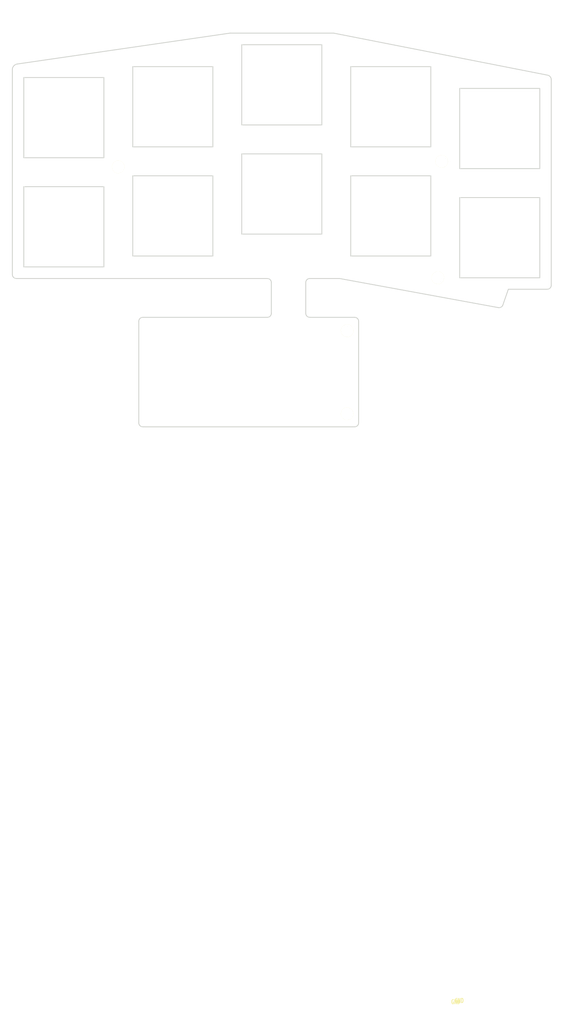
<source format=kicad_pcb>
(kicad_pcb (version 20171130) (host pcbnew "(5.1.4-0-10_14)")

  (general
    (thickness 1.6)
    (drawings 71)
    (tracks 0)
    (zones 0)
    (modules 9)
    (nets 2)
  )

  (page A4)
  (title_block
    (title "Pinky2 top plate")
    (date 2019-10-06)
    (rev 1.0)
    (company @tamanishi)
  )

  (layers
    (0 F.Cu signal)
    (31 B.Cu signal)
    (32 B.Adhes user)
    (33 F.Adhes user)
    (34 B.Paste user)
    (35 F.Paste user)
    (36 B.SilkS user)
    (37 F.SilkS user)
    (38 B.Mask user)
    (39 F.Mask user)
    (40 Dwgs.User user)
    (41 Cmts.User user)
    (42 Eco1.User user)
    (43 Eco2.User user hide)
    (44 Edge.Cuts user)
    (45 Margin user)
    (46 B.CrtYd user)
    (47 F.CrtYd user)
    (48 B.Fab user)
    (49 F.Fab user)
  )

  (setup
    (last_trace_width 0.25)
    (user_trace_width 0.5)
    (trace_clearance 0.2)
    (zone_clearance 0.508)
    (zone_45_only no)
    (trace_min 0.2)
    (via_size 0.6)
    (via_drill 0.4)
    (via_min_size 0.4)
    (via_min_drill 0.3)
    (uvia_size 0.4)
    (uvia_drill 0.3)
    (uvias_allowed no)
    (uvia_min_size 0.4)
    (uvia_min_drill 0.3)
    (edge_width 0.15)
    (segment_width 0.15)
    (pcb_text_width 0.3)
    (pcb_text_size 1.5 1.5)
    (mod_edge_width 0.15)
    (mod_text_size 1 1)
    (mod_text_width 0.15)
    (pad_size 2.3 2)
    (pad_drill 0)
    (pad_to_mask_clearance 0.2)
    (solder_mask_min_width 0.25)
    (aux_axis_origin 60.05 73.35)
    (visible_elements FFFFFFFF)
    (pcbplotparams
      (layerselection 0x010f0_ffffffff)
      (usegerberextensions false)
      (usegerberattributes false)
      (usegerberadvancedattributes false)
      (creategerberjobfile false)
      (excludeedgelayer true)
      (linewidth 0.100000)
      (plotframeref false)
      (viasonmask false)
      (mode 1)
      (useauxorigin false)
      (hpglpennumber 1)
      (hpglpenspeed 20)
      (hpglpendiameter 15.000000)
      (psnegative false)
      (psa4output false)
      (plotreference true)
      (plotvalue true)
      (plotinvisibletext false)
      (padsonsilk false)
      (subtractmaskfromsilk false)
      (outputformat 1)
      (mirror false)
      (drillshape 0)
      (scaleselection 1)
      (outputdirectory "Gerber/"))
  )

  (net 0 "")
  (net 1 GND)

  (net_class Default "This is the default net class."
    (clearance 0.2)
    (trace_width 0.25)
    (via_dia 0.6)
    (via_drill 0.4)
    (uvia_dia 0.4)
    (uvia_drill 0.3)
  )

  (module lib:breakaway-mousebites (layer F.Cu) (tedit 5BEE6749) (tstamp 5D9D53C2)
    (at 108.33 122.97 180)
    (fp_text reference REF** (at 0 -1.524) (layer Dwgs.User)
      (effects (font (size 1 1) (thickness 0.15)))
    )
    (fp_text value breakaway-mousebites (at 0 0.762) (layer Dwgs.User)
      (effects (font (size 1 1) (thickness 0.15)))
    )
    (fp_line (start -2.794 0) (end 2.794 0) (layer Dwgs.User) (width 0.15))
    (fp_line (start 0.254 0) (end -0.254 0) (layer B.CrtYd) (width 0.15))
    (fp_line (start -1.016 0) (end -1.524 0) (layer B.CrtYd) (width 0.15))
    (fp_line (start -2.286 0) (end -2.794 0) (layer B.CrtYd) (width 0.15))
    (fp_line (start 1.016 0) (end 1.524 0) (layer B.CrtYd) (width 0.15))
    (fp_line (start 2.286 0) (end 2.794 0) (layer B.CrtYd) (width 0.15))
    (pad "" np_thru_hole circle (at 0 -0.254 180) (size 0.7874 0.7874) (drill 0.7874) (layers *.Cu *.Mask))
    (pad "" np_thru_hole circle (at 1.27 -0.254 180) (size 0.7874 0.7874) (drill 0.7874) (layers *.Cu *.Mask))
    (pad "" np_thru_hole circle (at 2.54 -0.254 180) (size 0.7874 0.7874) (drill 0.7874) (layers *.Cu *.Mask))
    (pad "" np_thru_hole circle (at -1.27 -0.254 180) (size 0.7874 0.7874) (drill 0.7874) (layers *.Cu *.Mask))
    (pad "" np_thru_hole circle (at -2.54 -0.254 180) (size 0.7874 0.7874) (drill 0.7874) (layers *.Cu *.Mask))
  )

  (module lib:breakaway-mousebites (layer F.Cu) (tedit 5BEE6749) (tstamp 5D9D539D)
    (at 108.33 116.17)
    (fp_text reference REF** (at 0 -1.524) (layer Dwgs.User)
      (effects (font (size 1 1) (thickness 0.15)))
    )
    (fp_text value breakaway-mousebites (at 0 0.762) (layer Dwgs.User)
      (effects (font (size 1 1) (thickness 0.15)))
    )
    (fp_line (start 2.286 0) (end 2.794 0) (layer B.CrtYd) (width 0.15))
    (fp_line (start 1.016 0) (end 1.524 0) (layer B.CrtYd) (width 0.15))
    (fp_line (start -2.286 0) (end -2.794 0) (layer B.CrtYd) (width 0.15))
    (fp_line (start -1.016 0) (end -1.524 0) (layer B.CrtYd) (width 0.15))
    (fp_line (start 0.254 0) (end -0.254 0) (layer B.CrtYd) (width 0.15))
    (fp_line (start -2.794 0) (end 2.794 0) (layer Dwgs.User) (width 0.15))
    (pad "" np_thru_hole circle (at -2.54 -0.254) (size 0.7874 0.7874) (drill 0.7874) (layers *.Cu *.Mask))
    (pad "" np_thru_hole circle (at -1.27 -0.254) (size 0.7874 0.7874) (drill 0.7874) (layers *.Cu *.Mask))
    (pad "" np_thru_hole circle (at 2.54 -0.254) (size 0.7874 0.7874) (drill 0.7874) (layers *.Cu *.Mask))
    (pad "" np_thru_hole circle (at 1.27 -0.254) (size 0.7874 0.7874) (drill 0.7874) (layers *.Cu *.Mask))
    (pad "" np_thru_hole circle (at 0 -0.254) (size 0.7874 0.7874) (drill 0.7874) (layers *.Cu *.Mask))
  )

  (module kbd:HOLE_M2 (layer F.Cu) (tedit 5C1EE041) (tstamp 5D987D69)
    (at 134.425 116.05)
    (fp_text reference Ref** (at 0 -3.2) (layer F.Fab)
      (effects (font (size 1 1) (thickness 0.15)))
    )
    (fp_text value Val** (at 0 3.2) (layer F.Fab)
      (effects (font (size 1 1) (thickness 0.15)))
    )
    (fp_text user %R (at 0.3 0) (layer F.Fab)
      (effects (font (size 1 1) (thickness 0.15)))
    )
    (pad "" np_thru_hole circle (at 0 0) (size 2.2 2.2) (drill 2.2) (layers *.Cu *.Mask F.SilkS)
      (clearance 0.85))
  )

  (module kbd:HOLE_M2 (layer F.Cu) (tedit 5C1EE041) (tstamp 5BDF1C99)
    (at 135.1 95.725)
    (fp_text reference Ref** (at 0 -3.2) (layer F.Fab)
      (effects (font (size 1 1) (thickness 0.15)))
    )
    (fp_text value Val** (at 0 3.2) (layer F.Fab)
      (effects (font (size 1 1) (thickness 0.15)))
    )
    (fp_text user %R (at 0.3 0) (layer F.Fab)
      (effects (font (size 1 1) (thickness 0.15)))
    )
    (pad "" np_thru_hole circle (at 0 0) (size 2.2 2.2) (drill 2.2) (layers *.Cu *.Mask F.SilkS)
      (clearance 0.85))
  )

  (module kbd:HOLE_M2 (layer F.Cu) (tedit 5C1EE041) (tstamp 5BDF1C89)
    (at 78.55 96.7)
    (fp_text reference Ref** (at 0 -3.2) (layer F.Fab)
      (effects (font (size 1 1) (thickness 0.15)))
    )
    (fp_text value Val** (at 0 3.2) (layer F.Fab)
      (effects (font (size 1 1) (thickness 0.15)))
    )
    (fp_text user %R (at 0.3 0) (layer F.Fab)
      (effects (font (size 1 1) (thickness 0.15)))
    )
    (pad "" np_thru_hole circle (at 0 0) (size 2.2 2.2) (drill 2.2) (layers *.Cu *.Mask F.SilkS)
      (clearance 0.85))
  )

  (module "" (layer F.Cu) (tedit 0) (tstamp 0)
    (at 66.4 122.5)
    (fp_text reference "" (at 68.2 123.525) (layer F.SilkS)
      (effects (font (size 1.27 1.27) (thickness 0.15)))
    )
    (fp_text value "" (at 68.2 123.525) (layer F.SilkS)
      (effects (font (size 1.27 1.27) (thickness 0.15)))
    )
    (fp_text user GND (at 71.1305 119.9255) (layer F.SilkS)
      (effects (font (size 0.75 0.5) (thickness 0.125)))
    )
  )

  (module "" (layer F.Cu) (tedit 0) (tstamp 0)
    (at 67.05 122.275)
    (fp_text reference "" (at 68.2 123.525) (layer F.SilkS)
      (effects (font (size 1.27 1.27) (thickness 0.15)))
    )
    (fp_text value "" (at 68.2 123.525) (layer F.SilkS)
      (effects (font (size 1.27 1.27) (thickness 0.15)))
    )
    (fp_text user GND (at 71.1305 119.9255) (layer F.SilkS)
      (effects (font (size 0.75 0.5) (thickness 0.125)))
    )
  )

  (module kbd:HOLE_M2 (layer F.Cu) (tedit 5C1EE041) (tstamp 5D920C73)
    (at 118.58 125.28)
    (fp_text reference HOLE_M2 (at 0 -2) (layer F.SilkS) hide
      (effects (font (size 0.29972 0.29972) (thickness 0.07493)))
    )
    (fp_text value VAL** (at 0 1.75) (layer F.SilkS) hide
      (effects (font (size 0.29972 0.29972) (thickness 0.0762)))
    )
    (pad "" np_thru_hole circle (at 0 0) (size 2.2 2.2) (drill 2.2) (layers *.Cu *.Mask F.SilkS)
      (clearance 0.85))
  )

  (module kbd:HOLE_M2 (layer F.Cu) (tedit 5C1EE041) (tstamp 5D920C67)
    (at 118.58 139.78)
    (fp_text reference HOLE_M2 (at 0 -2) (layer F.SilkS) hide
      (effects (font (size 0.29972 0.29972) (thickness 0.07493)))
    )
    (fp_text value VAL** (at 0 1.75) (layer F.SilkS) hide
      (effects (font (size 0.29972 0.29972) (thickness 0.0762)))
    )
    (pad "" np_thru_hole circle (at 0 0) (size 2.2 2.2) (drill 2.2) (layers *.Cu *.Mask F.SilkS)
      (clearance 0.85))
  )

  (gr_arc (start 82.849929 123.649995) (end 82.849929 122.949995) (angle -90.81845546) (layer Edge.Cuts) (width 0.15) (tstamp 5D9D5547))
  (gr_line (start 105.32 116.875) (end 105.32 122.25) (layer Edge.Cuts) (width 0.15))
  (gr_arc (start 104.62 122.25) (end 104.62 122.95) (angle -90) (layer Edge.Cuts) (width 0.15) (tstamp 5D9D547C))
  (gr_line (start 119.88 122.95) (end 112.04 122.95) (layer Edge.Cuts) (width 0.15) (tstamp 5D9D547A))
  (gr_line (start 111.34 116.875) (end 111.34 122.25) (layer Edge.Cuts) (width 0.15))
  (gr_arc (start 112.04 122.25) (end 111.34 122.25) (angle -90) (layer Edge.Cuts) (width 0.15) (tstamp 5D9D546C))
  (gr_arc (start 112.04 116.875) (end 112.04 116.175) (angle -90) (layer Edge.Cuts) (width 0.15) (tstamp 5D9D5178))
  (gr_line (start 117.25 116.175) (end 112.04 116.175) (layer Edge.Cuts) (width 0.15))
  (gr_arc (start 104.62 116.875) (end 105.32 116.875) (angle -90) (layer Edge.Cuts) (width 0.15) (tstamp 5D9D5178))
  (gr_arc (start 119.88 141.36) (end 119.88 142.06) (angle -90) (layer Edge.Cuts) (width 0.15) (tstamp 5D9D5178))
  (gr_line (start 120.58 123.65) (end 120.58 141.36) (layer Edge.Cuts) (width 0.15))
  (gr_arc (start 119.88 123.65) (end 120.58 123.65) (angle -90) (layer Edge.Cuts) (width 0.15) (tstamp 5D9D5178))
  (gr_line (start 82.859999 142.059929) (end 119.88 142.06) (layer Edge.Cuts) (width 0.15))
  (gr_arc (start 82.85 141.36) (end 82.15 141.36) (angle -90.81845546) (layer Edge.Cuts) (width 0.15) (tstamp 5D9D5178))
  (gr_line (start 82.15 123.659994) (end 82.15 141.36) (layer Edge.Cuts) (width 0.15))
  (gr_line (start 82.849929 122.949995) (end 104.62 122.95) (layer Edge.Cuts) (width 0.15))
  (gr_line (start 138.25 97) (end 152.25 97) (layer Edge.Cuts) (width 0.15) (tstamp 5D9D501A))
  (gr_line (start 138.25 83) (end 138.25 97) (layer Edge.Cuts) (width 0.15) (tstamp 5D9D5019))
  (gr_line (start 152.25 97) (end 152.25 83) (layer Edge.Cuts) (width 0.15) (tstamp 5D9D5018))
  (gr_line (start 152.25 83) (end 138.25 83) (layer Edge.Cuts) (width 0.15) (tstamp 5D9D5017))
  (gr_line (start 138.25 116.05) (end 152.25 116.05) (layer Edge.Cuts) (width 0.15) (tstamp 5D9D501A))
  (gr_line (start 138.25 102.05) (end 138.25 116.05) (layer Edge.Cuts) (width 0.15) (tstamp 5D9D5019))
  (gr_line (start 152.25 116.05) (end 152.25 102.05) (layer Edge.Cuts) (width 0.15) (tstamp 5D9D5018))
  (gr_line (start 152.25 102.05) (end 138.25 102.05) (layer Edge.Cuts) (width 0.15) (tstamp 5D9D5017))
  (gr_line (start 119.2 112.25) (end 133.2 112.25) (layer Edge.Cuts) (width 0.15) (tstamp 5D9D501A))
  (gr_line (start 119.2 98.25) (end 119.2 112.25) (layer Edge.Cuts) (width 0.15) (tstamp 5D9D5019))
  (gr_line (start 133.2 112.25) (end 133.2 98.25) (layer Edge.Cuts) (width 0.15) (tstamp 5D9D5018))
  (gr_line (start 133.2 98.25) (end 119.2 98.25) (layer Edge.Cuts) (width 0.15) (tstamp 5D9D5017))
  (gr_line (start 119.2 93.2) (end 133.2 93.2) (layer Edge.Cuts) (width 0.15) (tstamp 5D9D501A))
  (gr_line (start 119.2 79.2) (end 119.2 93.2) (layer Edge.Cuts) (width 0.15) (tstamp 5D9D5019))
  (gr_line (start 133.2 93.2) (end 133.2 79.2) (layer Edge.Cuts) (width 0.15) (tstamp 5D9D5018))
  (gr_line (start 133.2 79.2) (end 119.2 79.2) (layer Edge.Cuts) (width 0.15) (tstamp 5D9D5017))
  (gr_line (start 100.15 89.375) (end 114.15 89.375) (layer Edge.Cuts) (width 0.15) (tstamp 5D9D500E))
  (gr_line (start 100.15 75.375) (end 100.15 89.375) (layer Edge.Cuts) (width 0.15) (tstamp 5D9D500D))
  (gr_line (start 114.15 89.375) (end 114.15 75.375) (layer Edge.Cuts) (width 0.15) (tstamp 5D9D500C))
  (gr_line (start 114.15 75.375) (end 100.15 75.375) (layer Edge.Cuts) (width 0.15) (tstamp 5D9D500B))
  (gr_line (start 100.15 108.425) (end 114.15 108.425) (layer Edge.Cuts) (width 0.15) (tstamp 5D9D500E))
  (gr_line (start 100.15 94.425) (end 100.15 108.425) (layer Edge.Cuts) (width 0.15) (tstamp 5D9D500D))
  (gr_line (start 114.15 108.425) (end 114.15 94.425) (layer Edge.Cuts) (width 0.15) (tstamp 5D9D500C))
  (gr_line (start 114.15 94.425) (end 100.15 94.425) (layer Edge.Cuts) (width 0.15) (tstamp 5D9D500B))
  (gr_line (start 81.1 112.25) (end 95.1 112.25) (layer Edge.Cuts) (width 0.15) (tstamp 5D9D5006))
  (gr_line (start 95.1 112.25) (end 95.1 98.25) (layer Edge.Cuts) (width 0.15) (tstamp 5D9D5005))
  (gr_line (start 81.1 98.25) (end 81.1 112.25) (layer Edge.Cuts) (width 0.15) (tstamp 5D9D5004))
  (gr_line (start 95.1 98.25) (end 81.1 98.25) (layer Edge.Cuts) (width 0.15) (tstamp 5D9D5003))
  (gr_line (start 95.1 79.2) (end 81.1 79.2) (layer Edge.Cuts) (width 0.15) (tstamp 5D9D4FFE))
  (gr_line (start 81.1 79.2) (end 81.1 93.2) (layer Edge.Cuts) (width 0.15) (tstamp 5D9D4FFD))
  (gr_line (start 95.1 93.2) (end 95.1 79.2) (layer Edge.Cuts) (width 0.15) (tstamp 5D9D4FFC))
  (gr_line (start 81.1 93.2) (end 95.1 93.2) (layer Edge.Cuts) (width 0.15) (tstamp 5D9D4FFB))
  (gr_line (start 62.05 100.15) (end 62.05 114.15) (layer Edge.Cuts) (width 0.15) (tstamp 5D9D4FF6))
  (gr_line (start 76.05 114.15) (end 76.05 100.15) (layer Edge.Cuts) (width 0.15) (tstamp 5D9D4FF5))
  (gr_line (start 76.05 100.15) (end 62.05 100.15) (layer Edge.Cuts) (width 0.15) (tstamp 5D9D4FF4))
  (gr_line (start 62.05 114.15) (end 76.05 114.15) (layer Edge.Cuts) (width 0.15) (tstamp 5D9D4FF3))
  (gr_line (start 76.05 81.1) (end 62.05 81.1) (layer Edge.Cuts) (width 0.15) (tstamp 5D9D4FEC))
  (gr_line (start 76.05 95.1) (end 76.05 81.1) (layer Edge.Cuts) (width 0.15))
  (gr_line (start 62.05 95.1) (end 76.05 95.1) (layer Edge.Cuts) (width 0.15))
  (gr_line (start 62.05 81.1) (end 62.05 95.1) (layer Edge.Cuts) (width 0.15))
  (gr_arc (start 145.125 120.55) (end 144.975 121.25) (angle -77.47112969) (layer Edge.Cuts) (width 0.15) (tstamp 5D9D4F30))
  (gr_line (start 146.75 118.05) (end 145.775791 120.84828) (layer Edge.Cuts) (width 0.15))
  (gr_line (start 153.55 118.05) (end 146.75 118.05) (layer Edge.Cuts) (width 0.15))
  (gr_arc (start 153.55 117.35) (end 153.55 118.05) (angle -90) (layer Edge.Cuts) (width 0.15) (tstamp 5D9D4F30))
  (gr_line (start 117.25 116.175) (end 144.975 121.25) (layer Edge.Cuts) (width 0.15))
  (gr_line (start 60.75 116.175) (end 104.62 116.175) (layer Edge.Cuts) (width 0.15))
  (gr_line (start 154.25 81.468823) (end 154.25 117.35) (layer Edge.Cuts) (width 0.15))
  (dimension 99.975 (width 0.3) (layer F.CrtYd)
    (gr_text "99.975 mm" (at 110.0375 68.675) (layer F.CrtYd)
      (effects (font (size 1.5 1.5) (thickness 0.3)))
    )
    (feature1 (pts (xy 160.025 73.4) (xy 160.025 70.188579)))
    (feature2 (pts (xy 60.05 73.4) (xy 60.05 70.188579)))
    (crossbar (pts (xy 60.05 70.775) (xy 160.025 70.775)))
    (arrow1a (pts (xy 160.025 70.775) (xy 158.898496 71.361421)))
    (arrow1b (pts (xy 160.025 70.775) (xy 158.898496 70.188579)))
    (arrow2a (pts (xy 60.05 70.775) (xy 61.176504 71.361421)))
    (arrow2b (pts (xy 60.05 70.775) (xy 61.176504 70.188579)))
  )
  (gr_line (start 98.1 73.35) (end 116.2 73.35) (layer Edge.Cuts) (width 0.15))
  (gr_arc (start 61.055846 79.743142) (end 60.9 78.743143) (angle -73.04255484) (layer Edge.Cuts) (width 0.15))
  (gr_arc (start 153.45 81.468735) (end 154.25 81.468823) (angle -82.8313174) (layer Edge.Cuts) (width 0.15))
  (gr_arc (start 60.75 115.475) (end 60.05 115.475) (angle -90) (layer Edge.Cuts) (width 0.15))
  (gr_line (start 116.2 73.35) (end 153.54992 80.675) (layer Edge.Cuts) (width 0.15))
  (gr_line (start 60.9 78.743143) (end 98.1 73.35) (layer Edge.Cuts) (width 0.15))
  (gr_line (start 60.05 115.475) (end 60.05 79.6) (layer Edge.Cuts) (width 0.15))

  (zone (net 1) (net_name GND) (layer F.Cu) (tstamp 0) (hatch edge 0.508)
    (connect_pads (clearance 0.508))
    (min_thickness 0.254)
    (fill yes (arc_segments 32) (thermal_gap 0.508) (thermal_bridge_width 0.508))
    (polygon
      (pts
        (xy 58.125 76.75) (xy 57.89 142.77) (xy 124.99 142.77) (xy 125.27 123.45) (xy 157.55 123.03)
        (xy 157.475 122.975) (xy 158.8 77.425) (xy 112.425 69) (xy 94.775 70.35) (xy 62.625 75.575)
      )
    )
  )
  (zone (net 1) (net_name GND) (layer B.Cu) (tstamp 0) (hatch edge 0.508)
    (connect_pads (clearance 0.508))
    (min_thickness 0.254)
    (fill yes (arc_segments 32) (thermal_gap 0.508) (thermal_bridge_width 0.508))
    (polygon
      (pts
        (xy 58.125 76.8) (xy 57.89 142.63) (xy 117.04 142.62) (xy 125.15 142.75) (xy 125.15 123.18)
        (xy 157.5 122.95) (xy 158.8 77.425) (xy 112.4 69) (xy 94.75 70.35) (xy 62.525 75.575)
      )
    )
  )
)

</source>
